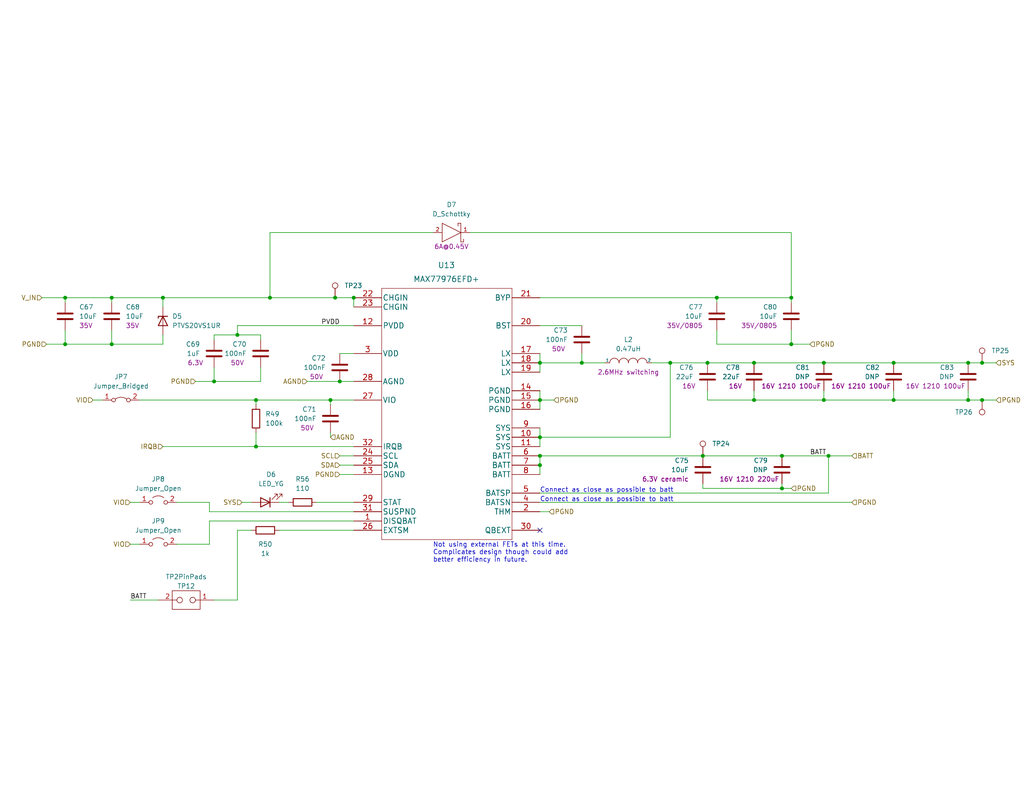
<source format=kicad_sch>
(kicad_sch (version 20211123) (generator eeschema)
  (paper "A")
  (lib_symbols
    (symbol "Connector:TestPoint" (pin_numbers hide) (pin_names (offset 0.762) hide)
      (property "Reference" "TP" (at 0 6.858 0))
      (property "Value" "TestPoint" (at 0 5.08 0))
      (symbol "TestPoint_0_1"
        (circle (center 0 3.302) (radius 0.762))
      )
      (symbol "TestPoint_1_1"
        (pin passive line (at 0 0 90) (length 2.54) (name "1") (number "1"))
      )
    )
    (symbol "Device:C" (pin_numbers hide) (pin_names (offset 0.254))
      (property "Reference" "C" (at 0.635 2.54 0))
      (property "Value" "C" (at 0.635 -2.54 0))
      (symbol "C_0_1"
        (polyline (pts (xy -2.032 -0.762) (xy 2.032 -0.762)) (stroke (width 0.508)))
        (polyline (pts (xy -2.032 0.762) (xy 2.032 0.762)) (stroke (width 0.508)))
      )
      (symbol "C_1_1"
        (pin passive line (at 0 3.81 270) (length 2.794) (name "~") (number "1"))
        (pin passive line (at 0 -3.81 90) (length 2.794) (name "~") (number "2"))
      )
    )
    (symbol "Device:D_Zener" (pin_numbers hide) (pin_names (offset 1.016) hide)
      (property "Reference" "D" (at 0 2.54 0))
      (property "Value" "D_Zener" (at 0 -2.54 0))
      (symbol "D_Zener_0_1"
        (polyline (pts (xy 1.27 0) (xy -1.27 0)))
        (polyline (pts (xy -1.27 -1.27) (xy -1.27 1.27) (xy -0.762 1.27)) (stroke (width 0.254)))
        (polyline (pts (xy 1.27 -1.27) (xy 1.27 1.27) (xy -1.27 0) (xy 1.27 -1.27)) (stroke (width 0.254)))
      )
      (symbol "D_Zener_1_1"
        (pin passive line (at -3.81 0 0) (length 2.54) (name "K") (number "1"))
        (pin passive line (at 3.81 0 180) (length 2.54) (name "A") (number "2"))
      )
    )
    (symbol "Device:LED" (pin_numbers hide) (pin_names (offset 1.016) hide)
      (property "Reference" "D" (at 0 2.54 0))
      (property "Value" "LED" (at 0 -2.54 0))
      (symbol "LED_0_1"
        (polyline (pts (xy -1.27 -1.27) (xy -1.27 1.27)) (stroke (width 0.254)))
        (polyline (pts (xy -1.27 0) (xy 1.27 0)))
        (polyline (pts (xy 1.27 -1.27) (xy 1.27 1.27) (xy -1.27 0) (xy 1.27 -1.27)) (stroke (width 0.254)))
        (polyline (pts (xy -3.048 -0.762) (xy -4.572 -2.286) (xy -3.81 -2.286) (xy -4.572 -2.286) (xy -4.572 -1.524)))
        (polyline (pts (xy -1.778 -0.762) (xy -3.302 -2.286) (xy -2.54 -2.286) (xy -3.302 -2.286) (xy -3.302 -1.524)))
      )
      (symbol "LED_1_1"
        (pin passive line (at -3.81 0 0) (length 2.54) (name "K") (number "1"))
        (pin passive line (at 3.81 0 180) (length 2.54) (name "A") (number "2"))
      )
    )
    (symbol "Device:R" (pin_numbers hide) (pin_names (offset 0))
      (property "Reference" "R" (at 2.032 0 90))
      (property "Value" "R" (at 0 0 90))
      (symbol "R_0_1"
        (rectangle (start -1.016 -2.54) (end 1.016 2.54) (stroke (width 0.254)))
      )
      (symbol "R_1_1"
        (pin passive line (at 0 3.81 270) (length 1.27) (name "~") (number "1"))
        (pin passive line (at 0 -3.81 90) (length 1.27) (name "~") (number "2"))
      )
    )
    (symbol "Diode:SS1P3L-M3_84A" (pin_names (offset 1.016))
      (property "Reference" "D" (at 0 5.08 0))
      (property "Value" "SS1P3L-M3_84A" (at 0 7.62 0))
      (symbol "SS1P3L-M3_84A_1_1"
        (polyline (pts (xy 5.08 -2.54) (xy 10.16 0)))
        (polyline (pts (xy 5.08 2.54) (xy 5.08 -2.54)))
        (polyline (pts (xy 5.08 2.54) (xy 10.16 0)))
        (polyline (pts (xy 9.398 2.54) (xy 9.398 1.778)))
        (polyline (pts (xy 10.16 -2.54) (xy 10.922 -2.54)))
        (polyline (pts (xy 10.16 2.54) (xy 9.398 2.54)))
        (polyline (pts (xy 10.16 2.54) (xy 10.16 -2.54)))
        (polyline (pts (xy 10.922 -2.54) (xy 10.922 -1.778)))
        (pin passive line (at 12.7 0 180) (length 2.54) (name "Cathode") (number "1"))
        (pin passive line (at 2.54 0 0) (length 2.54) (name "Anode") (number "2"))
      )
    )
    (symbol "Jumper:Jumper_2_Bridged" (pin_names (offset 0) hide)
      (property "Reference" "JP" (at 0 1.905 0))
      (property "Value" "Jumper_2_Bridged" (at 0 -2.54 0))
      (symbol "Jumper_2_Bridged_0_0"
        (circle (center -2.032 0) (radius 0.508))
        (circle (center 2.032 0) (radius 0.508))
      )
      (symbol "Jumper_2_Bridged_0_1"
        (arc (start 1.524 0.254) (mid 0 0.762) (end -1.524 0.254))
      )
      (symbol "Jumper_2_Bridged_1_1"
        (pin passive line (at -5.08 0 0) (length 2.54) (name "A") (number "1"))
        (pin passive line (at 5.08 0 180) (length 2.54) (name "B") (number "2"))
      )
    )
    (symbol "Jumper:Jumper_2_Open" (pin_names (offset 0) hide)
      (property "Reference" "JP" (at 0 2.794 0))
      (property "Value" "Jumper_2_Open" (at 0 -2.286 0))
      (symbol "Jumper_2_Open_0_0"
        (circle (center -2.032 0) (radius 0.508))
        (circle (center 2.032 0) (radius 0.508))
      )
      (symbol "Jumper_2_Open_0_1"
        (arc (start 1.524 1.27) (mid 0 1.778) (end -1.524 1.27))
      )
      (symbol "Jumper_2_Open_1_1"
        (pin passive line (at -5.08 0 0) (length 2.54) (name "A") (number "1"))
        (pin passive line (at 5.08 0 180) (length 2.54) (name "B") (number "2"))
      )
    )
    (symbol "Jumper_2_Open_1" (pin_names (offset 0) hide)
      (property "Reference" "JP" (at 0 2.794 0))
      (property "Value" "Jumper_2_Open_1" (at 0 -2.286 0))
      (symbol "Jumper_2_Open_1_0_0"
        (circle (center -2.032 0) (radius 0.508))
        (circle (center 2.032 0) (radius 0.508))
      )
      (symbol "Jumper_2_Open_1_0_1"
        (arc (start 1.524 1.27) (mid 0 1.778) (end -1.524 1.27))
      )
      (symbol "Jumper_2_Open_1_1_1"
        (pin passive line (at -5.08 0 0) (length 2.54) (name "A") (number "1"))
        (pin passive line (at 5.08 0 180) (length 2.54) (name "B") (number "2"))
      )
    )
    (symbol "custom_connectors:TestPoint_CurrentShunt" (pin_names (offset 0.762) hide)
      (property "Reference" "TP" (at -2.54 3.81 0))
      (property "Value" "TestPoint_CurrentShunt" (at 0 -3.81 0))
      (symbol "TestPoint_CurrentShunt_0_1"
        (rectangle (start -3.81 2.54) (end 3.81 -2.54))
        (circle (center -1.778 0) (radius 0.762))
        (circle (center 1.778 0) (radius 0.762))
        (pin passive line (at -7.62 0 0) (length 5.08) (name "1") (number "1"))
        (pin passive line (at 7.62 0 180) (length 5.08) (name "2") (number "2"))
      )
    )
    (symbol "pspice:INDUCTOR" (pin_numbers hide) (pin_names (offset 0))
      (property "Reference" "L" (at 0 2.54 0))
      (property "Value" "INDUCTOR" (at 0 -1.27 0))
      (symbol "INDUCTOR_0_1"
        (arc (start -2.54 0) (mid -3.81 1.27) (end -5.08 0))
        (arc (start 0 0) (mid -1.27 1.27) (end -2.54 0))
        (arc (start 2.54 0) (mid 1.27 1.27) (end 0 0))
        (arc (start 5.08 0) (mid 3.81 1.27) (end 2.54 0))
      )
      (symbol "INDUCTOR_1_1"
        (pin input line (at -6.35 0 0) (length 1.27) (name "1") (number "1"))
        (pin input line (at 6.35 0 180) (length 1.27) (name "2") (number "2"))
      )
    )
    (symbol "ultralibrarian:MAX77976EFD+" (pin_names (offset 0.254))
      (property "Reference" "U" (at 0 33.02 0))
      (property "Value" "MAX77976EFD+" (at 0 30.48 0))
      (symbol "MAX77976EFD+_1_1"
        (polyline (pts (xy -17.78 -40.64) (xy 17.78 -40.64)) (stroke (width 0.127)))
        (polyline (pts (xy -17.78 27.94) (xy -17.78 -40.64)) (stroke (width 0.127)))
        (polyline (pts (xy 17.78 -40.64) (xy 17.78 27.94)) (stroke (width 0.127)))
        (polyline (pts (xy 17.78 27.94) (xy -17.78 27.94)) (stroke (width 0.127)))
        (pin input line (at -25.4 -35.56 0) (length 7.62) (name "DISQBAT") (number "1"))
        (pin passive line (at 25.4 -12.7 180) (length 7.62) (name "SYS") (number "10"))
        (pin passive line (at 25.4 -15.24 180) (length 7.62) (name "SYS") (number "11"))
        (pin power_out line (at -25.4 17.78 0) (length 7.62) (name "PVDD") (number "12"))
        (pin power_in line (at -25.4 -22.86 0) (length 7.62) (name "DGND") (number "13"))
        (pin power_in line (at 25.4 0 180) (length 7.62) (name "PGND") (number "14"))
        (pin power_in line (at 25.4 -2.54 180) (length 7.62) (name "PGND") (number "15"))
        (pin power_in line (at 25.4 -5.08 180) (length 7.62) (name "PGND") (number "16"))
        (pin power_out line (at 25.4 10.16 180) (length 7.62) (name "LX") (number "17"))
        (pin passive line (at 25.4 7.62 180) (length 7.62) (name "LX") (number "18"))
        (pin passive line (at 25.4 5.08 180) (length 7.62) (name "LX") (number "19"))
        (pin input line (at 25.4 -33.02 180) (length 7.62) (name "THM") (number "2"))
        (pin power_out line (at 25.4 17.78 180) (length 7.62) (name "BST") (number "20"))
        (pin bidirectional line (at 25.4 25.4 180) (length 7.62) (name "BYP") (number "21"))
        (pin input line (at -25.4 25.4 0) (length 7.62) (name "CHGIN") (number "22"))
        (pin input line (at -25.4 22.86 0) (length 7.62) (name "CHGIN") (number "23"))
        (pin input line (at -25.4 -17.78 0) (length 7.62) (name "SCL") (number "24"))
        (pin input line (at -25.4 -20.32 0) (length 7.62) (name "SDA") (number "25"))
        (pin input line (at -25.4 -38.1 0) (length 7.62) (name "EXTSM") (number "26"))
        (pin input line (at -25.4 -2.54 0) (length 7.62) (name "VIO") (number "27"))
        (pin power_in line (at -25.4 2.54 0) (length 7.62) (name "AGND") (number "28"))
        (pin output line (at -25.4 -30.48 0) (length 7.62) (name "STAT") (number "29"))
        (pin power_out line (at -25.4 10.16 0) (length 7.62) (name "VDD") (number "3"))
        (pin output line (at 25.4 -38.1 180) (length 7.62) (name "QBEXT") (number "30"))
        (pin input line (at -25.4 -33.02 0) (length 7.62) (name "SUSPND") (number "31"))
        (pin output line (at -25.4 -15.24 0) (length 7.62) (name "IRQB") (number "32"))
        (pin input line (at 25.4 -30.48 180) (length 7.62) (name "BATSN") (number "4"))
        (pin input line (at 25.4 -27.94 180) (length 7.62) (name "BATSP") (number "5"))
        (pin bidirectional line (at 25.4 -17.78 180) (length 7.62) (name "BATT") (number "6"))
        (pin bidirectional line (at 25.4 -20.32 180) (length 7.62) (name "BATT") (number "7"))
        (pin bidirectional line (at 25.4 -22.86 180) (length 7.62) (name "BATT") (number "8"))
        (pin power_out line (at 25.4 -10.16 180) (length 7.62) (name "SYS") (number "9"))
      )
    )
  )
  (junction (at 193.04 99.06))
  (junction (at 30.48 93.98))
  (junction (at 215.9 93.98))
  (junction (at 264.16 99.06))
  (junction (at 147.32 124.46))
  (junction (at 226.06 124.46))
  (junction (at 264.16 109.22))
  (junction (at 243.84 109.22))
  (junction (at 147.32 109.22))
  (junction (at 64.77 91.44))
  (junction (at 267.97 99.06))
  (junction (at 158.75 99.06))
  (junction (at 267.97 109.22))
  (junction (at 215.9 81.28))
  (junction (at 213.36 124.46))
  (junction (at 17.78 93.98))
  (junction (at 205.74 99.06))
  (junction (at 224.79 99.06))
  (junction (at 224.79 109.22))
  (junction (at 73.66 81.28))
  (junction (at 69.85 109.22))
  (junction (at 191.77 124.46))
  (junction (at 147.32 127))
  (junction (at 182.88 99.06))
  (junction (at 147.32 119.38))
  (junction (at 91.44 81.28))
  (junction (at 90.17 109.22))
  (junction (at 205.74 109.22))
  (junction (at 69.85 121.92))
  (junction (at 147.32 99.06))
  (junction (at 92.71 104.14))
  (junction (at 96.52 81.28))
  (junction (at 243.84 99.06))
  (junction (at 58.42 104.14))
  (junction (at 17.78 81.28))
  (junction (at 213.36 133.35))
  (junction (at 195.58 81.28))
  (junction (at 30.48 81.28))
  (junction (at 44.45 81.28))
  (no_connect (at 147.32 144.78))
  (wire (pts (xy 44.45 121.92) (xy 69.85 121.92)))
  (wire (pts (xy 57.15 139.7) (xy 57.15 137.16)))
  (wire (pts (xy 195.58 81.28) (xy 195.58 82.55)))
  (wire (pts (xy 38.1 109.22) (xy 69.85 109.22)))
  (wire (pts (xy 147.32 96.52) (xy 147.32 99.06)))
  (wire (pts (xy 44.45 93.98) (xy 30.48 93.98)))
  (wire (pts (xy 147.32 139.7) (xy 149.86 139.7)))
  (wire (pts (xy 58.42 104.14) (xy 71.12 104.14)))
  (wire (pts (xy 58.42 104.14) (xy 58.42 100.33)))
  (wire (pts (xy 147.32 109.22) (xy 147.32 111.76)))
  (wire (pts (xy 147.32 134.62) (xy 226.06 134.62)))
  (wire (pts (xy 191.77 124.46) (xy 213.36 124.46)))
  (wire (pts (xy 44.45 91.44) (xy 44.45 93.98)))
  (wire (pts (xy 86.36 137.16) (xy 96.52 137.16)))
  (wire (pts (xy 96.52 81.28) (xy 96.52 83.82)))
  (wire (pts (xy 25.4 109.22) (xy 27.94 109.22)))
  (wire (pts (xy 193.04 99.06) (xy 205.74 99.06)))
  (wire (pts (xy 76.2 144.78) (xy 96.52 144.78)))
  (wire (pts (xy 64.77 91.44) (xy 71.12 91.44)))
  (wire (pts (xy 147.32 137.16) (xy 232.41 137.16)))
  (wire (pts (xy 30.48 82.55) (xy 30.48 81.28)))
  (wire (pts (xy 243.84 106.68) (xy 243.84 109.22)))
  (wire (pts (xy 66.04 137.16) (xy 68.58 137.16)))
  (wire (pts (xy 243.84 109.22) (xy 264.16 109.22)))
  (wire (pts (xy 83.82 104.14) (xy 92.71 104.14)))
  (wire (pts (xy 69.85 121.92) (xy 96.52 121.92)))
  (wire (pts (xy 57.15 142.24) (xy 57.15 148.59)))
  (wire (pts (xy 92.71 96.52) (xy 96.52 96.52)))
  (wire (pts (xy 264.16 109.22) (xy 267.97 109.22)))
  (wire (pts (xy 193.04 106.68) (xy 193.04 109.22)))
  (wire (pts (xy 92.71 127) (xy 96.52 127)))
  (wire (pts (xy 64.77 88.9) (xy 96.52 88.9)))
  (wire (pts (xy 71.12 91.44) (xy 71.12 92.71)))
  (wire (pts (xy 177.8 99.06) (xy 182.88 99.06)))
  (wire (pts (xy 215.9 93.98) (xy 220.98 93.98)))
  (wire (pts (xy 69.85 109.22) (xy 69.85 110.49)))
  (wire (pts (xy 147.32 88.9) (xy 158.75 88.9)))
  (wire (pts (xy 205.74 109.22) (xy 224.79 109.22)))
  (wire (pts (xy 92.71 129.54) (xy 96.52 129.54)))
  (wire (pts (xy 90.17 110.49) (xy 90.17 109.22)))
  (wire (pts (xy 57.15 148.59) (xy 48.26 148.59)))
  (wire (pts (xy 147.32 124.46) (xy 147.32 127)))
  (wire (pts (xy 96.52 81.28) (xy 91.44 81.28)))
  (wire (pts (xy 224.79 106.68) (xy 224.79 109.22)))
  (wire (pts (xy 193.04 109.22) (xy 205.74 109.22)))
  (wire (pts (xy 91.44 81.28) (xy 73.66 81.28)))
  (wire (pts (xy 182.88 99.06) (xy 193.04 99.06)))
  (wire (pts (xy 35.56 163.83) (xy 43.18 163.83)))
  (wire (pts (xy 44.45 81.28) (xy 73.66 81.28)))
  (wire (pts (xy 224.79 109.22) (xy 243.84 109.22)))
  (wire (pts (xy 58.42 91.44) (xy 64.77 91.44)))
  (wire (pts (xy 243.84 99.06) (xy 264.16 99.06)))
  (wire (pts (xy 215.9 90.17) (xy 215.9 93.98)))
  (wire (pts (xy 215.9 93.98) (xy 195.58 93.98)))
  (wire (pts (xy 58.42 92.71) (xy 58.42 91.44)))
  (wire (pts (xy 64.77 88.9) (xy 64.77 91.44)))
  (wire (pts (xy 205.74 109.22) (xy 205.74 106.68)))
  (wire (pts (xy 76.2 137.16) (xy 78.74 137.16)))
  (wire (pts (xy 191.77 132.08) (xy 191.77 133.35)))
  (wire (pts (xy 71.12 100.33) (xy 71.12 104.14)))
  (wire (pts (xy 147.32 119.38) (xy 182.88 119.38)))
  (wire (pts (xy 267.97 99.06) (xy 271.78 99.06)))
  (wire (pts (xy 191.77 133.35) (xy 213.36 133.35)))
  (wire (pts (xy 158.75 99.06) (xy 165.1 99.06)))
  (wire (pts (xy 57.15 137.16) (xy 48.26 137.16)))
  (wire (pts (xy 215.9 81.28) (xy 215.9 82.55)))
  (wire (pts (xy 147.32 109.22) (xy 151.13 109.22)))
  (wire (pts (xy 69.85 109.22) (xy 90.17 109.22)))
  (wire (pts (xy 11.43 81.28) (xy 17.78 81.28)))
  (wire (pts (xy 226.06 124.46) (xy 232.41 124.46)))
  (wire (pts (xy 182.88 119.38) (xy 182.88 99.06)))
  (wire (pts (xy 215.9 63.5) (xy 215.9 81.28)))
  (wire (pts (xy 90.17 109.22) (xy 96.52 109.22)))
  (wire (pts (xy 264.16 99.06) (xy 267.97 99.06)))
  (wire (pts (xy 57.15 139.7) (xy 96.52 139.7)))
  (wire (pts (xy 195.58 81.28) (xy 215.9 81.28)))
  (wire (pts (xy 44.45 83.82) (xy 44.45 81.28)))
  (wire (pts (xy 147.32 99.06) (xy 158.75 99.06)))
  (wire (pts (xy 267.97 109.22) (xy 271.78 109.22)))
  (wire (pts (xy 147.32 106.68) (xy 147.32 109.22)))
  (wire (pts (xy 147.32 127) (xy 147.32 129.54)))
  (wire (pts (xy 147.32 119.38) (xy 147.32 121.92)))
  (wire (pts (xy 30.48 81.28) (xy 17.78 81.28)))
  (wire (pts (xy 35.56 137.16) (xy 38.1 137.16)))
  (wire (pts (xy 158.75 96.52) (xy 158.75 99.06)))
  (wire (pts (xy 69.85 118.11) (xy 69.85 121.92)))
  (wire (pts (xy 213.36 124.46) (xy 226.06 124.46)))
  (wire (pts (xy 213.36 132.08) (xy 213.36 133.35)))
  (wire (pts (xy 73.66 63.5) (xy 118.11 63.5)))
  (wire (pts (xy 128.27 63.5) (xy 215.9 63.5)))
  (wire (pts (xy 17.78 90.17) (xy 17.78 93.98)))
  (wire (pts (xy 226.06 124.46) (xy 226.06 134.62)))
  (wire (pts (xy 30.48 93.98) (xy 30.48 90.17)))
  (wire (pts (xy 92.71 124.46) (xy 96.52 124.46)))
  (wire (pts (xy 195.58 93.98) (xy 195.58 90.17)))
  (wire (pts (xy 64.77 144.78) (xy 68.58 144.78)))
  (wire (pts (xy 30.48 81.28) (xy 44.45 81.28)))
  (wire (pts (xy 205.74 99.06) (xy 224.79 99.06)))
  (wire (pts (xy 58.42 163.83) (xy 64.77 163.83)))
  (wire (pts (xy 96.52 142.24) (xy 57.15 142.24)))
  (wire (pts (xy 264.16 106.68) (xy 264.16 109.22)))
  (wire (pts (xy 73.66 81.28) (xy 73.66 63.5)))
  (wire (pts (xy 213.36 133.35) (xy 215.9 133.35)))
  (wire (pts (xy 147.32 81.28) (xy 195.58 81.28)))
  (wire (pts (xy 12.7 93.98) (xy 17.78 93.98)))
  (wire (pts (xy 35.56 148.59) (xy 38.1 148.59)))
  (wire (pts (xy 92.71 104.14) (xy 96.52 104.14)))
  (wire (pts (xy 147.32 99.06) (xy 147.32 101.6)))
  (wire (pts (xy 64.77 163.83) (xy 64.77 144.78)))
  (wire (pts (xy 147.32 124.46) (xy 191.77 124.46)))
  (wire (pts (xy 53.34 104.14) (xy 58.42 104.14)))
  (wire (pts (xy 147.32 116.84) (xy 147.32 119.38)))
  (wire (pts (xy 90.17 118.11) (xy 90.17 119.38)))
  (wire (pts (xy 17.78 81.28) (xy 17.78 82.55)))
  (wire (pts (xy 17.78 93.98) (xy 30.48 93.98)))
  (wire (pts (xy 224.79 99.06) (xy 243.84 99.06)))
  (text "Not using external FETs at this time.\nComplicates design though could add\nbetter efficiency in future." (at 118.11 153.67 0) (effects (font (size 1.27 1.27)) (justify left bottom)))
  (text "Connect as close as possible to batt" (at 147.32 137.16 0) (effects (font (size 1.27 1.27)) (justify left bottom)))
  (text "Connect as close as possible to batt" (at 147.32 134.62 0) (effects (font (size 1.27 1.27)) (justify left bottom)))
  (label "PVDD" (at 87.63 88.9 0))
  (label "BATT" (at 220.98 124.46 0))
  (label "BATT" (at 35.56 163.83 0))
  (hierarchical_label "SYS" (shape input) (at 66.04 137.16 180))
  (hierarchical_label "VIO" (shape input) (at 25.4 109.22 180))
  (hierarchical_label "SCL" (shape input) (at 92.71 124.46 180))
  (hierarchical_label "VIO" (shape input) (at 35.56 137.16 180))
  (hierarchical_label "PGND" (shape input) (at 12.7 93.98 180))
  (hierarchical_label "BATT" (shape input) (at 232.41 124.46 0))
  (hierarchical_label "SYS" (shape input) (at 271.78 99.06 0))
  (hierarchical_label "PGND" (shape input) (at 220.98 93.98 0))
  (hierarchical_label "V_IN" (shape input) (at 11.43 81.28 180))
  (hierarchical_label "PGND" (shape input) (at 53.34 104.14 180))
  (hierarchical_label "PGND" (shape input) (at 151.13 109.22 0))
  (hierarchical_label "PGND" (shape input) (at 232.41 137.16 0))
  (hierarchical_label "VIO" (shape input) (at 35.56 148.59 180))
  (hierarchical_label "AGND" (shape input) (at 83.82 104.14 180))
  (hierarchical_label "PGND" (shape input) (at 271.78 109.22 0))
  (hierarchical_label "PGND" (shape input) (at 92.71 129.54 180))
  (hierarchical_label "PGND" (shape input) (at 149.86 139.7 0))
  (hierarchical_label "SDA" (shape input) (at 92.71 127 180))
  (hierarchical_label "AGND" (shape input) (at 90.17 119.38 0))
  (hierarchical_label "PGND" (shape input) (at 215.9 133.35 0))
  (hierarchical_label "IRQB" (shape input) (at 44.45 121.92 180))
  (symbol (lib_id "Device:C") (at 191.77 128.27 0) (mirror y) (unit 1)
    (property "Reference" "C75" (at 187.96 125.7299 0) (effects (justify left)))
    (property "Value" "10uF" (at 187.96 128.2699 0) (effects (justify left)))
    (property "Footprint" "Capacitor_SMD:C_0603_1608Metric" (effects hide))
    (property "Description" "6.3V ceramic" (at 187.96 130.8099 0) (effects (justify left)))
  )
  (symbol (lib_id "Device:C") (at 92.71 100.33 0) (mirror y) (unit 1)
    (property "Reference" "C72" (at 88.9 97.7899 0) (effects (justify left)))
    (property "Value" "100nF" (at 88.9 100.3299 0) (effects (justify left)))
    (property "Footprint" "Capacitor_SMD:C_0603_1608Metric" (effects hide))
    (property "Description" "50V" (at 86.36 102.87 0))
  )
  (symbol (lib_id "Device:R") (at 82.55 137.16 90) (unit 1)
    (property "Reference" "R56" (at 82.55 130.81 90))
    (property "Value" "110" (at 82.55 133.35 90))
    (property "Footprint" "Resistor_SMD:R_0603_1608Metric" (effects hide))
    (property "Description" "1/16 W" (effects hide))
  )
  (symbol (lib_id "Device:C") (at 264.16 102.87 0) (mirror y) (unit 1) (on_board no)
    (property "Reference" "C83" (at 260.35 100.3299 0) (effects (justify left)))
    (property "Value" "DNP" (at 260.35 102.8699 0) (effects (justify left)))
    (property "Footprint" "Capacitor_SMD:C_1210_3225Metric" (effects hide))
    (property "Description" "16V 1210 100uF" (at 255.27 105.41 0))
  )
  (symbol (lib_id "custom_connectors:TestPoint_CurrentShunt") (at 50.8 163.83 180) (unit 1) (in_bom no)
    (property "Reference" "TP12" (at 50.8 160.02 0))
    (property "Value" "TP2PinPads" (at 50.8 157.48 0))
    (property "Footprint" "TestPoint:TestPoint_2Pads_Pitch2mm_SMD" (effects hide))
    (property "Datasheet" "https://www.digikey.jp/product-detail/en/kycon-inc/SX1100-B/2092-SX1100-B-ND/9990206" (effects hide))
    (property "Description" "ExtSM" (effects hide))
    (property "Part Number" "N/A" (effects hide))
  )
  (symbol (lib_id "Device:D_Zener") (at 44.45 87.63 90) (mirror x) (unit 1)
    (property "Reference" "D5" (at 46.99 86.3599 90) (effects (justify right)))
    (property "Value" "PTVS20VS1UR" (at 46.99 88.8999 90) (effects (justify right)))
    (property "Footprint" "Diode_SMD:Nexperia_CFP3_SOD-123W" (effects hide))
    (property "Datasheet" "https://www.mouser.jp/datasheet/2/916/PTVSXS1UR_SER-1545507.pdf" (effects hide))
    (property "Part Number" "PTVS20VS1UR" (effects hide))
    (property "Description" "TVS Diode 20V" (effects hide))
  )
  (symbol (lib_id "Connector:TestPoint") (at 191.77 124.46 0) (unit 1)
    (property "Reference" "TP24" (at 194.31 121.1579 0) (effects (justify left)))
    (property "Value" "TP5002" (effects hide))
    (property "Footprint" "TestPoint:KEYSTONE_5002" (effects hide))
    (property "Description" "BATT" (effects hide))
    (property "Manufacturer" "Keystone Electronics" (effects hide))
    (property "Part Number" "5002" (effects hide))
  )
  (symbol (lib_id "Device:C") (at 90.17 114.3 0) (mirror y) (unit 1)
    (property "Reference" "C71" (at 86.36 111.7599 0) (effects (justify left)))
    (property "Value" "100nF" (at 86.36 114.2999 0) (effects (justify left)))
    (property "Footprint" "Capacitor_SMD:C_0603_1608Metric" (effects hide))
    (property "Description" "50V" (at 83.82 116.84 0))
  )
  (symbol (lib_id "Device:C") (at 30.48 86.36 0) (unit 1)
    (property "Reference" "C68" (at 34.29 83.8199 0) (effects (justify left)))
    (property "Value" "10uF" (at 34.29 86.3599 0) (effects (justify left)))
    (property "Footprint" "Capacitor_SMD:C_0805_2012Metric" (effects hide))
    (property "Description" "35V" (at 34.29 88.8999 0) (effects (justify left)))
  )
  (symbol (lib_id "Device:C") (at 224.79 102.87 0) (mirror y) (unit 1) (on_board no)
    (property "Reference" "C81" (at 220.98 100.3299 0) (effects (justify left)))
    (property "Value" "DNP" (at 220.98 102.8699 0) (effects (justify left)))
    (property "Footprint" "Capacitor_SMD:C_1210_3225Metric" (effects hide))
    (property "Description" "16V 1210 100uF" (at 215.9 105.41 0))
  )
  (symbol (lib_id "Device:C") (at 71.12 96.52 0) (mirror y) (unit 1)
    (property "Reference" "C70" (at 67.31 93.9799 0) (effects (justify left)))
    (property "Value" "100nF" (at 67.31 96.5199 0) (effects (justify left)))
    (property "Footprint" "Capacitor_SMD:C_0603_1608Metric" (effects hide))
    (property "Description" "50V" (at 64.77 99.06 0))
  )
  (symbol (lib_id "Connector:TestPoint") (at 267.97 99.06 0) (unit 1)
    (property "Reference" "TP25" (at 270.51 95.7579 0) (effects (justify left)))
    (property "Value" "TP5002" (effects hide))
    (property "Footprint" "TestPoint:KEYSTONE_5002" (effects hide))
    (property "Description" "SYS" (effects hide))
    (property "Manufacturer" "Keystone Electronics" (effects hide))
    (property "Part Number" "5002" (effects hide))
  )
  (symbol (lib_id "Device:C") (at 193.04 102.87 0) (mirror y) (unit 1)
    (property "Reference" "C76" (at 189.23 100.3299 0) (effects (justify left)))
    (property "Value" "22uF" (at 189.23 102.8699 0) (effects (justify left)))
    (property "Footprint" "Capacitor_SMD:C_0805_2012Metric" (effects hide))
    (property "Description" "16V" (at 187.96 105.41 0))
  )
  (symbol (lib_id "ultralibrarian:MAX77976EFD+") (at 121.92 106.68 0) (unit 1)
    (property "Reference" "U13" (at 121.8247 72.39 0) (effects (font (size 1.524 1.524))))
    (property "Value" "MAX77976EFD+" (at 121.8247 76.2 0) (effects (font (size 1.524 1.524))))
    (property "Footprint" "Ultra_Librarian:MAX77976" (effects hide))
    (property "Datasheet" "https://datasheets.maximintegrated.com/en/ds/MAX77975-MAX77976.pdf" (effects hide))
    (property "Description" "Current limit > 9.5A" (effects hide))
    (property "Part Number" "MAX77976EFD+" (effects hide))
    (property "Stock" "25" (effects hide))
  )
  (symbol (lib_id "Device:LED") (at 72.39 137.16 180) (unit 1)
    (property "Reference" "D6" (at 73.9775 129.54 0))
    (property "Value" "LED_YG" (at 73.9775 132.08 0))
    (property "Footprint" "Diode_SMD:D_0603_1608Metric_Harvatek" (effects hide))
    (property "Datasheet" "https://media.digikey.com/pdf/Data%20Sheets/Harvatek%20PDFs/B1911UYG-20D000114U1930.pdf" (effects hide))
    (property "Part Number" "B1911UYG-20D000114U1930" (effects hide))
    (property "Description" "YellowGreenLED" (effects hide))
  )
  (symbol (lib_name "Jumper_2_Open_1") (lib_id "Jumper:Jumper_2_Open") (at 43.18 137.16 0) (unit 1)
    (property "Reference" "JP8" (at 43.18 130.81 0))
    (property "Value" "Jumper_Open" (at 43.18 133.35 0))
    (property "Footprint" "custom_connectors:2.54mm_2pointJumperOpen" (effects hide))
    (property "Description" "2.54mm male header with jumper absent" (effects hide))
  )
  (symbol (lib_id "Jumper:Jumper_2_Open") (at 43.18 148.59 0) (unit 1)
    (property "Reference" "JP9" (at 43.18 142.24 0))
    (property "Value" "Jumper_Open" (at 43.18 144.78 0))
    (property "Footprint" "custom_connectors:2.54mm_2pointJumperOpen" (effects hide))
    (property "Description" "2.54mm male header with jumper absent" (effects hide))
  )
  (symbol (lib_id "pspice:INDUCTOR") (at 171.45 99.06 0) (unit 1)
    (property "Reference" "L2" (at 171.45 92.71 0))
    (property "Value" "0.47uH" (at 171.45 95.25 0))
    (property "Footprint" "custom_inductors:Vishay-IHLP-2020BZ-FP_1.905x2.79-3D_2.0-0-0-MFG" (effects hide))
    (property "Datasheet" "https://octopart.com/datasheet/ihlp2020bzerr47m01-vishay-42434210" (effects hide))
    (property "Description" "2.6MHz switching" (at 171.45 101.6 0))
    (property "Part Number" "IHLP2020BZERR47M01" (effects hide))
  )
  (symbol (lib_id "Device:C") (at 205.74 102.87 0) (mirror y) (unit 1)
    (property "Reference" "C78" (at 201.93 100.3299 0) (effects (justify left)))
    (property "Value" "22uF" (at 201.93 102.8699 0) (effects (justify left)))
    (property "Footprint" "Capacitor_SMD:C_0805_2012Metric" (effects hide))
    (property "Description" "16V" (at 200.66 105.41 0))
  )
  (symbol (lib_id "Device:R") (at 69.85 114.3 0) (unit 1)
    (property "Reference" "R49" (at 72.39 113.0299 0) (effects (justify left)))
    (property "Value" "100k" (at 72.39 115.5699 0) (effects (justify left)))
    (property "Footprint" "Resistor_SMD:R_0603_1608Metric" (effects hide))
  )
  (symbol (lib_id "Jumper:Jumper_2_Bridged") (at 33.02 109.22 0) (unit 1)
    (property "Reference" "JP7" (at 33.02 102.87 0))
    (property "Value" "Jumper_Bridged" (at 33.02 105.41 0))
    (property "Footprint" "custom_connectors:2.54mm_2pointJumperClosed" (effects hide))
    (property "Description" "2.54mm male header with jumper attached" (effects hide))
  )
  (symbol (lib_id "Connector:TestPoint") (at 91.44 81.28 0) (unit 1)
    (property "Reference" "TP23" (at 93.98 77.9779 0) (effects (justify left)))
    (property "Value" "TP5002" (effects hide))
    (property "Footprint" "TestPoint:KEYSTONE_5002" (effects hide))
    (property "Description" "CHGIN" (effects hide))
    (property "Manufacturer" "Keystone Electronics" (effects hide))
    (property "Part Number" "5002" (effects hide))
  )
  (symbol (lib_id "Connector:TestPoint") (at 267.97 109.22 0) (mirror x) (unit 1)
    (property "Reference" "TP26" (at 265.43 112.5219 0) (effects (justify right)))
    (property "Value" "TP5002" (effects hide))
    (property "Footprint" "TestPoint:KEYSTONE_5002" (effects hide))
    (property "Description" "PGND" (effects hide))
    (property "Manufacturer" "Keystone Electronics" (effects hide))
    (property "Part Number" "5002" (effects hide))
  )
  (symbol (lib_id "Device:C") (at 17.78 86.36 0) (unit 1)
    (property "Reference" "C67" (at 21.59 83.8199 0) (effects (justify left)))
    (property "Value" "10uF" (at 21.59 86.3599 0) (effects (justify left)))
    (property "Footprint" "Capacitor_SMD:C_0805_2012Metric" (effects hide))
    (property "Description" "35V" (at 21.59 88.8999 0) (effects (justify left)))
  )
  (symbol (lib_id "Device:C") (at 215.9 86.36 0) (mirror y) (unit 1)
    (property "Reference" "C80" (at 212.09 83.8199 0) (effects (justify left)))
    (property "Value" "10uF" (at 212.09 86.3599 0) (effects (justify left)))
    (property "Footprint" "Capacitor_SMD:C_0805_2012Metric" (effects hide))
    (property "Description" "35V/0805" (at 212.09 88.8999 0) (effects (justify left)))
  )
  (symbol (lib_id "Device:C") (at 58.42 96.52 0) (mirror y) (unit 1)
    (property "Reference" "C69" (at 54.61 93.9799 0) (effects (justify left)))
    (property "Value" "1uF" (at 54.61 96.5199 0) (effects (justify left)))
    (property "Footprint" "Capacitor_SMD:C_0603_1608Metric" (effects hide))
    (property "Description" "6.3V" (at 53.34 99.06 0))
  )
  (symbol (lib_id "Device:C") (at 243.84 102.87 0) (mirror y) (unit 1) (on_board no)
    (property "Reference" "C82" (at 240.03 100.3299 0) (effects (justify left)))
    (property "Value" "DNP" (at 240.03 102.8699 0) (effects (justify left)))
    (property "Footprint" "Capacitor_SMD:C_1210_3225Metric" (effects hide))
    (property "Description" "16V 1210 100uF" (at 234.95 105.41 0))
  )
  (symbol (lib_id "Device:R") (at 72.39 144.78 270) (mirror x) (unit 1)
    (property "Reference" "R50" (at 72.39 148.59 90))
    (property "Value" "1k" (at 72.39 151.13 90))
    (property "Footprint" "Resistor_SMD:R_0603_1608Metric" (effects hide))
  )
  (symbol (lib_id "Device:C") (at 195.58 86.36 0) (mirror y) (unit 1)
    (property "Reference" "C77" (at 191.77 83.8199 0) (effects (justify left)))
    (property "Value" "10uF" (at 191.77 86.3599 0) (effects (justify left)))
    (property "Footprint" "Capacitor_SMD:C_0805_2012Metric" (effects hide))
    (property "Description" "35V/0805" (at 191.77 88.8999 0) (effects (justify left)))
  )
  (symbol (lib_id "Diode:SS1P3L-M3_84A") (at 115.57 63.5 0) (unit 1)
    (property "Reference" "D7" (at 123.19 55.88 0))
    (property "Value" "D_Schottky" (at 123.19 58.42 0))
    (property "Footprint" "Diode_SMD:Vishay-SS1P3L-M3_84A-0-0-0" (effects hide))
    (property "Datasheet" "https://www.vishay.com/docs/88915/ss1p3l.pdf" (effects hide))
    (property "Description" "6A@0.45V" (at 123.19 67.31 0))
    (property "category" "Diode" (effects hide))
    (property "device class L1" "Discrete Semiconductors" (effects hide))
    (property "device class L2" "Diodes" (effects hide))
    (property "device class L3" "Schottky Diodes" (effects hide))
    (property "digikey description" "DIODE SCHOTTKY 30V 1.5A DO220AA" (effects hide))
    (property "digikey part number" "SS1P3L-M3/84AGICT-ND" (effects hide))
    (property "forward current" "1A" (effects hide))
    (property "height" "1.15mm" (effects hide))
    (property "lead free" "yes" (effects hide))
    (property "library id" "e43f9aab7730c7ed" (effects hide))
    (property "manufacturer" "Vishay" (effects hide))
    (property "max junction temp" "+150°C" (effects hide))
    (property "max repetitive reverse voltage" "30V" (effects hide))
    (property "max surge forward current" "50A" (effects hide))
    (property "mouser description" "Schottky Diodes & Rectifiers 30volt 1.0amp" (effects hide))
    (property "mouser part number" "625-SS1P3L-M3/84A" (effects hide))
    (property "package" "DO-220AA" (effects hide))
    (property "peak reverse current" "200uA" (effects hide))
    (property "reverse voltage" "30V" (effects hide))
    (property "rohs" "yes" (effects hide))
    (property "temperature range high" "+150°C" (effects hide))
    (property "temperature range low" "-55°C" (effects hide))
  )
  (symbol (lib_id "Device:C") (at 213.36 128.27 0) (mirror y) (unit 1) (on_board no)
    (property "Reference" "C79" (at 209.55 125.7299 0) (effects (justify left)))
    (property "Value" "DNP" (at 209.55 128.2699 0) (effects (justify left)))
    (property "Footprint" "Capacitor_SMD:C_1210_3225Metric" (effects hide))
    (property "Description" "16V 1210 220uF" (at 204.47 130.81 0))
  )
  (symbol (lib_id "Device:C") (at 158.75 92.71 0) (mirror y) (unit 1)
    (property "Reference" "C73" (at 154.94 90.1699 0) (effects (justify left)))
    (property "Value" "100nF" (at 154.94 92.7099 0) (effects (justify left)))
    (property "Footprint" "Capacitor_SMD:C_0603_1608Metric" (effects hide))
    (property "Description" "50V" (at 152.4 95.25 0))
  )
)
</source>
